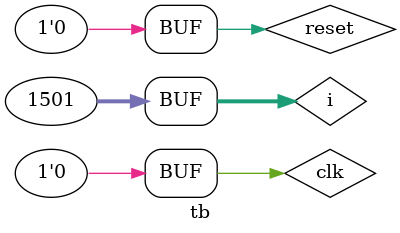
<source format=v>
`timescale 1ns / 1ps


module tb;

	// Inputs
	reg clk;
	reg reset;

	// Instantiate the Unit Under Test (UUT)
	mips uut (
		.clk(clk), 
		.reset(reset)
	);
	
	integer i;

	initial begin
		// Initialize Inputs
		clk = 0;
		reset = 0;

		// Wait 100 ns for global reset to finish
		#100;
        
		// Add stimulus here
		for(i = 1;i <= 1500;i = i + 1) begin
			#5;
			clk = ~clk;
		end
	end
	
	//always #5 clk = ~clk;
      
endmodule


</source>
